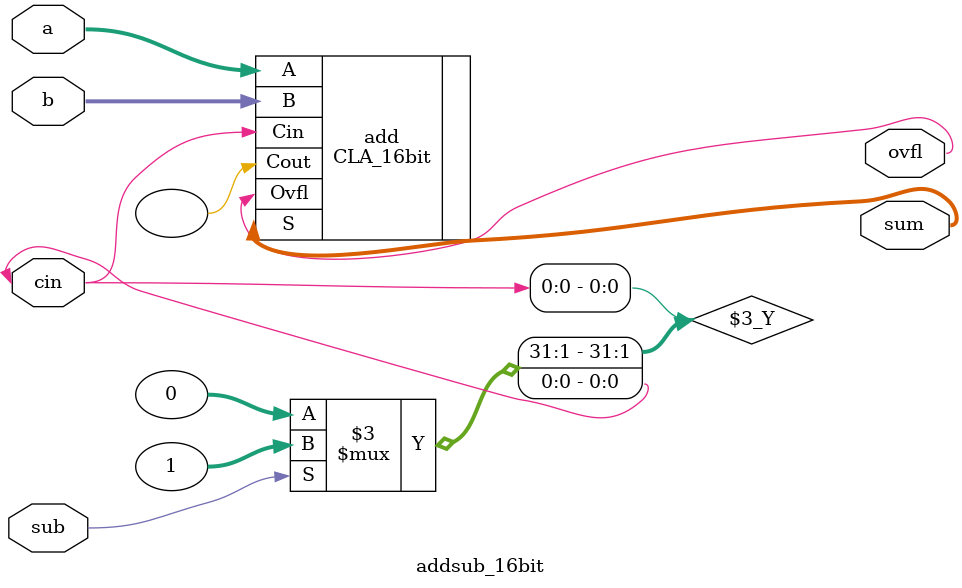
<source format=sv>
module addsub_16bit(sum, ovfl, a, b, sub, cin);
input[15:0] a;
input[15:0] b;
input cin;
input sub;
output ovfl;
output[15:0] sum;

wire[15:0] B_sub;

assign B_sub = (sub) ? ~b : b;
assign cin = (sub) ? 1 : 0;

CLA_16bit add(.A(a), .B(b), .Cin(cin), .S(sum), .Cout(), .Ovfl(ovfl));

endmodule

</source>
